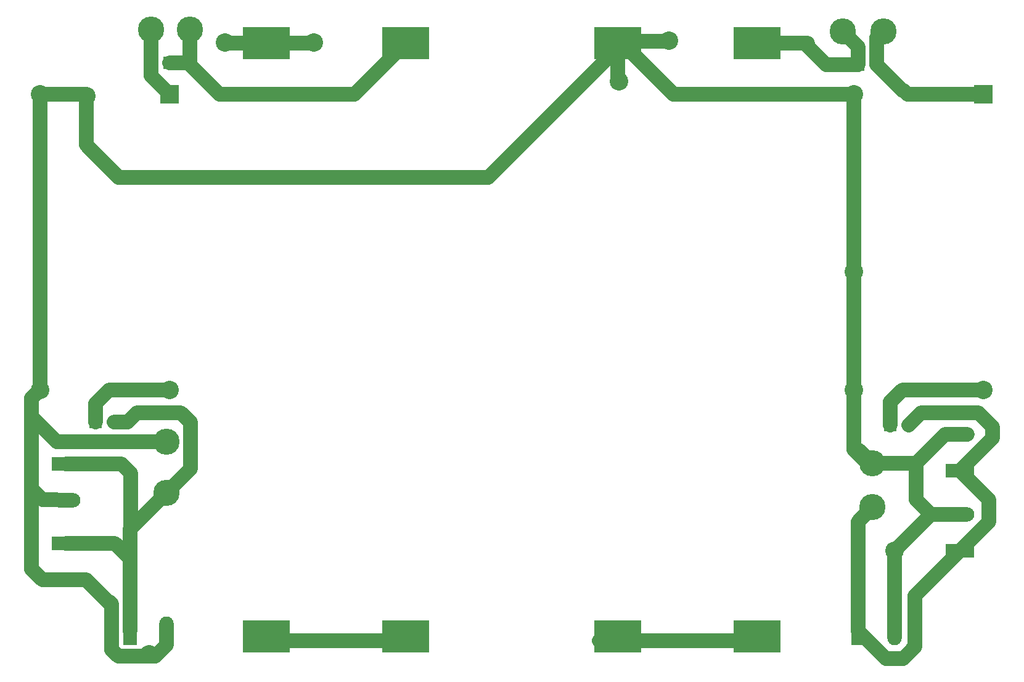
<source format=gbr>
%TF.GenerationSoftware,KiCad,Pcbnew,7.0.8*%
%TF.CreationDate,2023-10-08T21:39:19-07:00*%
%TF.ProjectId,cube2,63756265-322e-46b6-9963-61645f706362,rev?*%
%TF.SameCoordinates,Original*%
%TF.FileFunction,Copper,L1,Top*%
%TF.FilePolarity,Positive*%
%FSLAX46Y46*%
G04 Gerber Fmt 4.6, Leading zero omitted, Abs format (unit mm)*
G04 Created by KiCad (PCBNEW 7.0.8) date 2023-10-08 21:39:19*
%MOMM*%
%LPD*%
G01*
G04 APERTURE LIST*
%TA.AperFunction,ComponentPad*%
%ADD10C,3.600000*%
%TD*%
%TA.AperFunction,ComponentPad*%
%ADD11R,1.980000X3.960000*%
%TD*%
%TA.AperFunction,ComponentPad*%
%ADD12O,1.980000X3.960000*%
%TD*%
%TA.AperFunction,ComponentPad*%
%ADD13R,3.960000X1.980000*%
%TD*%
%TA.AperFunction,ComponentPad*%
%ADD14O,3.960000X1.980000*%
%TD*%
%TA.AperFunction,ComponentPad*%
%ADD15R,1.700000X1.700000*%
%TD*%
%TA.AperFunction,ComponentPad*%
%ADD16O,1.700000X1.700000*%
%TD*%
%TA.AperFunction,ComponentPad*%
%ADD17R,2.540000X2.540000*%
%TD*%
%TA.AperFunction,ComponentPad*%
%ADD18C,2.540000*%
%TD*%
%TA.AperFunction,SMDPad,CuDef*%
%ADD19R,6.500000X4.400000*%
%TD*%
%TA.AperFunction,ViaPad*%
%ADD20C,2.540000*%
%TD*%
%TA.AperFunction,Conductor*%
%ADD21C,2.000000*%
%TD*%
%TA.AperFunction,Conductor*%
%ADD22C,1.000000*%
%TD*%
G04 APERTURE END LIST*
D10*
%TO.P,J13,1,Pin_1*%
%TO.N,Net-(J13-Pin_1)*%
X156464000Y-53594000D03*
%TD*%
%TO.P,J12,1,Pin_1*%
%TO.N,+BATT2*%
X150876000Y-53594000D03*
%TD*%
%TO.P,J10,1,Pin_1*%
%TO.N,Net-(J10-Pin_1)*%
X55880000Y-53340000D03*
%TD*%
%TO.P,J9,1,Pin_1*%
%TO.N,+BATT*%
X61214000Y-53340000D03*
%TD*%
D11*
%TO.P,J8,1,Pin_1*%
%TO.N,Net-(J2-Pin_1)*%
X153000000Y-136000000D03*
D12*
%TO.P,J8,2,Pin_2*%
%TO.N,GND*%
X158000000Y-136000000D03*
%TD*%
D13*
%TO.P,J7,1,Pin_1*%
%TO.N,Net-(J2-Pin_1)*%
X167000000Y-125000000D03*
D14*
%TO.P,J7,2,Pin_2*%
%TO.N,GND*%
X167000000Y-120000000D03*
%TD*%
D11*
%TO.P,J6,1,Pin_1*%
%TO.N,Net-(J1-Pin_1)*%
X53000000Y-136000000D03*
D12*
%TO.P,J6,2,Pin_2*%
%TO.N,GND*%
X58000000Y-136000000D03*
%TD*%
D14*
%TO.P,J5,2,Pin_2*%
%TO.N,GND*%
X44196000Y-128952000D03*
D13*
%TO.P,J5,1,Pin_1*%
%TO.N,Net-(J1-Pin_1)*%
X44196000Y-123952000D03*
%TD*%
%TO.P,J4,1,Pin_1*%
%TO.N,Net-(J2-Pin_1)*%
X167000000Y-114000000D03*
D14*
%TO.P,J4,2,Pin_2*%
%TO.N,GND*%
X167000000Y-109000000D03*
%TD*%
D13*
%TO.P,J15,1,Pin_1*%
%TO.N,Net-(J1-Pin_1)*%
X44196000Y-113030000D03*
D14*
%TO.P,J15,2,Pin_2*%
%TO.N,GND*%
X44196000Y-118030000D03*
%TD*%
D10*
%TO.P,J3,1,Pin_1*%
%TO.N,GND*%
X58000000Y-110000000D03*
%TD*%
D15*
%TO.P,JP4,1,A*%
%TO.N,+BATT2*%
X153035000Y-58166000D03*
D16*
%TO.P,JP4,2,B*%
%TO.N,Net-(J13-Pin_1)*%
X155575000Y-58166000D03*
%TD*%
D17*
%TO.P,U3,1,Vin*%
%TO.N,Net-(J10-Pin_1)*%
X58420000Y-62230000D03*
D18*
%TO.P,U3,2,GND*%
%TO.N,GND*%
X40640000Y-62230000D03*
%TO.P,U3,3,GND*%
X40640000Y-102870000D03*
%TO.P,U3,4,Vout*%
%TO.N,Net-(JP1-A)*%
X58420000Y-102870000D03*
%TD*%
D10*
%TO.P,J1,1,Pin_1*%
%TO.N,Net-(J1-Pin_1)*%
X58000000Y-117000000D03*
%TD*%
D19*
%TO.P,BT2,4,-*%
%TO.N,Net-(BT2-+-Pad1)*%
X139115000Y-136745000D03*
%TO.P,BT2,3,+*%
%TO.N,+BATT2*%
X139115000Y-55245000D03*
%TO.P,BT2,2,-*%
%TO.N,GND*%
X120015000Y-55245000D03*
%TO.P,BT2,1,+*%
%TO.N,Net-(BT2-+-Pad1)*%
X120015000Y-136745000D03*
%TD*%
%TO.P,BT1,1,+*%
%TO.N,Net-(BT1-+-Pad1)*%
X71755000Y-136745000D03*
%TO.P,BT1,2,-*%
%TO.N,GND*%
X71755000Y-55245000D03*
%TO.P,BT1,3,+*%
%TO.N,+BATT*%
X90855000Y-55245000D03*
%TO.P,BT1,4,-*%
%TO.N,Net-(BT1-+-Pad1)*%
X90855000Y-136745000D03*
%TD*%
D17*
%TO.P,U2,1,Vin*%
%TO.N,Net-(J13-Pin_1)*%
X170180000Y-62230000D03*
D18*
%TO.P,U2,2,GND*%
%TO.N,GND*%
X152400000Y-62230000D03*
%TO.P,U2,3,GND*%
X152400000Y-102870000D03*
%TO.P,U2,4,Vout*%
%TO.N,Net-(JP2-A)*%
X170180000Y-102870000D03*
%TD*%
D10*
%TO.P,J2,1,Pin_1*%
%TO.N,Net-(J2-Pin_1)*%
X155000000Y-119000000D03*
%TD*%
D15*
%TO.P,JP3,1,A*%
%TO.N,+BATT*%
X58420000Y-57912000D03*
D16*
%TO.P,JP3,2,B*%
%TO.N,Net-(J10-Pin_1)*%
X55880000Y-57912000D03*
%TD*%
%TO.P,JP2,2,B*%
%TO.N,Net-(J2-Pin_1)*%
X160000000Y-107700000D03*
D15*
%TO.P,JP2,1,A*%
%TO.N,Net-(JP2-A)*%
X157460000Y-107700000D03*
%TD*%
D10*
%TO.P,J11,1,Pin_1*%
%TO.N,GND*%
X154940000Y-113000000D03*
%TD*%
D15*
%TO.P,JP1,1,A*%
%TO.N,Net-(JP1-A)*%
X48260000Y-107315000D03*
D16*
%TO.P,JP1,2,B*%
%TO.N,Net-(J1-Pin_1)*%
X50800000Y-107315000D03*
%TD*%
D20*
%TO.N,GND*%
X55626000Y-139192000D03*
X157988000Y-124968000D03*
X152400000Y-86614000D03*
X46990000Y-62484000D03*
X120142000Y-60452000D03*
X66040000Y-55118000D03*
X127000000Y-54864000D03*
X78232000Y-55118000D03*
%TD*%
D21*
%TO.N,GND*%
X50500000Y-138591320D02*
X51388680Y-139480000D01*
X50500000Y-132288000D02*
X50500000Y-138591320D01*
X50212000Y-132000000D02*
X50500000Y-132288000D01*
X50000000Y-132000000D02*
X50212000Y-132000000D01*
X39520000Y-127496186D02*
X41023814Y-129000000D01*
X47000000Y-129000000D02*
X50000000Y-132000000D01*
X39520000Y-116496186D02*
X39520000Y-127496186D01*
X41023814Y-129000000D02*
X47000000Y-129000000D01*
%TO.N,Net-(J2-Pin_1)*%
X160782000Y-131218000D02*
X167000000Y-125000000D01*
X160490000Y-138468000D02*
X160782000Y-138176000D01*
X160490000Y-138510000D02*
X160490000Y-138468000D01*
X159200000Y-139800000D02*
X160490000Y-138510000D01*
X156800000Y-139800000D02*
X159200000Y-139800000D01*
X160782000Y-138176000D02*
X160782000Y-131218000D01*
X153000000Y-136000000D02*
X156800000Y-139800000D01*
%TO.N,Net-(J10-Pin_1)*%
X55880000Y-57912000D02*
X55880000Y-53340000D01*
%TO.N,Net-(J13-Pin_1)*%
X155575000Y-58166000D02*
X155575000Y-54483000D01*
X155575000Y-54483000D02*
X156464000Y-53594000D01*
%TO.N,+BATT2*%
X153035000Y-55753000D02*
X150876000Y-53594000D01*
X153035000Y-58166000D02*
X153035000Y-55753000D01*
%TO.N,Net-(J13-Pin_1)*%
X159258000Y-61722000D02*
X159131000Y-61722000D01*
X159766000Y-62230000D02*
X159258000Y-61722000D01*
X170180000Y-62230000D02*
X159766000Y-62230000D01*
X159131000Y-61722000D02*
X155575000Y-58166000D01*
%TO.N,+BATT2*%
X146050000Y-55626000D02*
X146050000Y-55245000D01*
X148590000Y-58166000D02*
X146050000Y-55626000D01*
X153035000Y-58166000D02*
X148590000Y-58166000D01*
X139750000Y-55245000D02*
X146050000Y-55245000D01*
%TO.N,+BATT*%
X61214000Y-57658000D02*
X61214000Y-53340000D01*
X60960000Y-57912000D02*
X61214000Y-57658000D01*
X60960000Y-57912000D02*
X58420000Y-57912000D01*
X65278000Y-62230000D02*
X60960000Y-57912000D01*
X83870000Y-62230000D02*
X65278000Y-62230000D01*
X90855000Y-55245000D02*
X83870000Y-62230000D01*
%TO.N,Net-(J10-Pin_1)*%
X55880000Y-59690000D02*
X55880000Y-57912000D01*
%TO.N,Net-(J1-Pin_1)*%
X53086000Y-114300000D02*
X51816000Y-113030000D01*
X51816000Y-113030000D02*
X44196000Y-113030000D01*
X53086000Y-121914000D02*
X53086000Y-114300000D01*
X53000000Y-122000000D02*
X53086000Y-121914000D01*
X53000000Y-122000000D02*
X58000000Y-117000000D01*
X53000000Y-126000000D02*
X53000000Y-122000000D01*
X50952000Y-123952000D02*
X44196000Y-123952000D01*
X53000000Y-126000000D02*
X50952000Y-123952000D01*
%TO.N,GND*%
X43000000Y-110000000D02*
X58000000Y-110000000D01*
D22*
X120015000Y-60325000D02*
X120142000Y-60452000D01*
D21*
X120015000Y-55245000D02*
X120015000Y-60325000D01*
X66167000Y-55245000D02*
X66040000Y-55118000D01*
X71755000Y-55245000D02*
X66167000Y-55245000D01*
X120523000Y-54991000D02*
X126873000Y-54991000D01*
X78105000Y-55245000D02*
X78232000Y-55118000D01*
X71755000Y-55245000D02*
X78105000Y-55245000D01*
%TO.N,Net-(J2-Pin_1)*%
X171000000Y-121000000D02*
X167000000Y-125000000D01*
X171000000Y-118000000D02*
X171000000Y-121000000D01*
X167000000Y-114000000D02*
X171000000Y-118000000D01*
%TO.N,GND*%
X58000000Y-137976186D02*
X58000000Y-136000000D01*
X56496186Y-139480000D02*
X58000000Y-137976186D01*
X51388680Y-139480000D02*
X56496186Y-139480000D01*
X41023814Y-118000000D02*
X43000000Y-118000000D01*
X39520000Y-116496186D02*
X41023814Y-118000000D01*
X39520000Y-106520000D02*
X39520000Y-116496186D01*
X39520000Y-106520000D02*
X43000000Y-110000000D01*
X39520000Y-103990000D02*
X39520000Y-106520000D01*
X40640000Y-102870000D02*
X39520000Y-103990000D01*
%TO.N,Net-(J1-Pin_1)*%
X53000000Y-126000000D02*
X53000000Y-136000000D01*
X61300000Y-113700000D02*
X58000000Y-117000000D01*
X61300000Y-107300000D02*
X61300000Y-113700000D01*
X60000000Y-106000000D02*
X61300000Y-107300000D01*
X54000000Y-106000000D02*
X60000000Y-106000000D01*
X50800000Y-107315000D02*
X52685000Y-107315000D01*
X52685000Y-107315000D02*
X54000000Y-106000000D01*
%TO.N,GND*%
X158000000Y-125000000D02*
X158000000Y-136000000D01*
X163000000Y-120000000D02*
X158000000Y-125000000D01*
X163000000Y-120000000D02*
X167000000Y-120000000D01*
X161000000Y-118000000D02*
X163000000Y-120000000D01*
X161000000Y-113000000D02*
X161000000Y-118000000D01*
%TO.N,Net-(J2-Pin_1)*%
X153000000Y-121000000D02*
X155000000Y-119000000D01*
X153000000Y-136000000D02*
X153000000Y-121000000D01*
X171478729Y-109521271D02*
X167000000Y-114000000D01*
X171478729Y-107971378D02*
X171478729Y-109521271D01*
X169507351Y-106000000D02*
X171478729Y-107971378D01*
X160000000Y-107700000D02*
X161700000Y-106000000D01*
X161700000Y-106000000D02*
X169507351Y-106000000D01*
%TO.N,Net-(JP2-A)*%
X157460000Y-104540000D02*
X159130000Y-102870000D01*
X157460000Y-107700000D02*
X157460000Y-104540000D01*
X170180000Y-102870000D02*
X159130000Y-102870000D01*
%TO.N,GND*%
X165000000Y-109000000D02*
X168000000Y-109000000D01*
X154940000Y-113000000D02*
X161000000Y-113000000D01*
X161000000Y-113000000D02*
X165000000Y-109000000D01*
X153065000Y-111125000D02*
X154940000Y-113000000D01*
X152400000Y-111125000D02*
X153065000Y-111125000D01*
X51435000Y-73660000D02*
X46990000Y-69215000D01*
X102235000Y-73660000D02*
X51435000Y-73660000D01*
X46990000Y-69215000D02*
X46990000Y-62230000D01*
X120650000Y-55245000D02*
X102235000Y-73660000D01*
%TO.N,Net-(JP1-A)*%
X48260000Y-104775000D02*
X48260000Y-107315000D01*
X50165000Y-102870000D02*
X48260000Y-104775000D01*
X58420000Y-102870000D02*
X50165000Y-102870000D01*
%TO.N,GND*%
X127635000Y-62230000D02*
X120650000Y-55245000D01*
X152400000Y-62230000D02*
X127635000Y-62230000D01*
X40640000Y-62230000D02*
X46990000Y-62230000D01*
X40640000Y-62230000D02*
X40640000Y-102870000D01*
X152400000Y-102870000D02*
X152400000Y-62230000D01*
X152400000Y-111125000D02*
X154940000Y-113665000D01*
X152400000Y-102870000D02*
X152400000Y-111125000D01*
%TO.N,Net-(J10-Pin_1)*%
X55880000Y-59690000D02*
X58420000Y-62230000D01*
%TO.N,Net-(BT1-+-Pad1)*%
X73660000Y-137380000D02*
X92760000Y-137380000D01*
%TO.N,Net-(BT2-+-Pad1)*%
X117450000Y-137380000D02*
X136550000Y-137380000D01*
%TD*%
M02*

</source>
